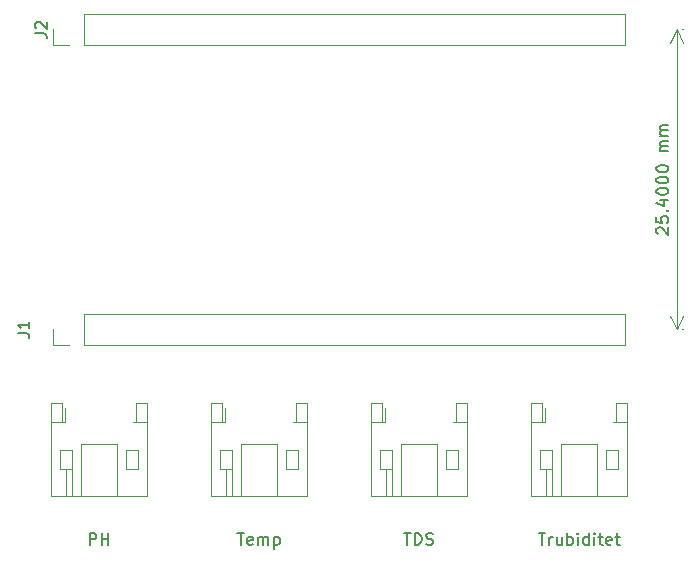
<source format=gbr>
%TF.GenerationSoftware,KiCad,Pcbnew,8.0.5*%
%TF.CreationDate,2024-10-23T10:28:48+02:00*%
%TF.ProjectId,Breakout board,42726561-6b6f-4757-9420-626f6172642e,rev?*%
%TF.SameCoordinates,Original*%
%TF.FileFunction,Legend,Top*%
%TF.FilePolarity,Positive*%
%FSLAX46Y46*%
G04 Gerber Fmt 4.6, Leading zero omitted, Abs format (unit mm)*
G04 Created by KiCad (PCBNEW 8.0.5) date 2024-10-23 10:28:48*
%MOMM*%
%LPD*%
G01*
G04 APERTURE LIST*
%ADD10C,0.150000*%
%ADD11C,0.050000*%
%ADD12C,0.120000*%
G04 APERTURE END LIST*
D10*
X174295057Y-65579046D02*
X174247438Y-65531427D01*
X174247438Y-65531427D02*
X174199819Y-65436189D01*
X174199819Y-65436189D02*
X174199819Y-65198094D01*
X174199819Y-65198094D02*
X174247438Y-65102856D01*
X174247438Y-65102856D02*
X174295057Y-65055237D01*
X174295057Y-65055237D02*
X174390295Y-65007618D01*
X174390295Y-65007618D02*
X174485533Y-65007618D01*
X174485533Y-65007618D02*
X174628390Y-65055237D01*
X174628390Y-65055237D02*
X175199819Y-65626665D01*
X175199819Y-65626665D02*
X175199819Y-65007618D01*
X174199819Y-64102856D02*
X174199819Y-64579046D01*
X174199819Y-64579046D02*
X174676009Y-64626665D01*
X174676009Y-64626665D02*
X174628390Y-64579046D01*
X174628390Y-64579046D02*
X174580771Y-64483808D01*
X174580771Y-64483808D02*
X174580771Y-64245713D01*
X174580771Y-64245713D02*
X174628390Y-64150475D01*
X174628390Y-64150475D02*
X174676009Y-64102856D01*
X174676009Y-64102856D02*
X174771247Y-64055237D01*
X174771247Y-64055237D02*
X175009342Y-64055237D01*
X175009342Y-64055237D02*
X175104580Y-64102856D01*
X175104580Y-64102856D02*
X175152200Y-64150475D01*
X175152200Y-64150475D02*
X175199819Y-64245713D01*
X175199819Y-64245713D02*
X175199819Y-64483808D01*
X175199819Y-64483808D02*
X175152200Y-64579046D01*
X175152200Y-64579046D02*
X175104580Y-64626665D01*
X175104580Y-63626665D02*
X175152200Y-63579046D01*
X175152200Y-63579046D02*
X175199819Y-63626665D01*
X175199819Y-63626665D02*
X175152200Y-63674284D01*
X175152200Y-63674284D02*
X175104580Y-63626665D01*
X175104580Y-63626665D02*
X175199819Y-63626665D01*
X174533152Y-62721904D02*
X175199819Y-62721904D01*
X174152200Y-62959999D02*
X174866485Y-63198094D01*
X174866485Y-63198094D02*
X174866485Y-62579047D01*
X174199819Y-62007618D02*
X174199819Y-61912380D01*
X174199819Y-61912380D02*
X174247438Y-61817142D01*
X174247438Y-61817142D02*
X174295057Y-61769523D01*
X174295057Y-61769523D02*
X174390295Y-61721904D01*
X174390295Y-61721904D02*
X174580771Y-61674285D01*
X174580771Y-61674285D02*
X174818866Y-61674285D01*
X174818866Y-61674285D02*
X175009342Y-61721904D01*
X175009342Y-61721904D02*
X175104580Y-61769523D01*
X175104580Y-61769523D02*
X175152200Y-61817142D01*
X175152200Y-61817142D02*
X175199819Y-61912380D01*
X175199819Y-61912380D02*
X175199819Y-62007618D01*
X175199819Y-62007618D02*
X175152200Y-62102856D01*
X175152200Y-62102856D02*
X175104580Y-62150475D01*
X175104580Y-62150475D02*
X175009342Y-62198094D01*
X175009342Y-62198094D02*
X174818866Y-62245713D01*
X174818866Y-62245713D02*
X174580771Y-62245713D01*
X174580771Y-62245713D02*
X174390295Y-62198094D01*
X174390295Y-62198094D02*
X174295057Y-62150475D01*
X174295057Y-62150475D02*
X174247438Y-62102856D01*
X174247438Y-62102856D02*
X174199819Y-62007618D01*
X174199819Y-61055237D02*
X174199819Y-60959999D01*
X174199819Y-60959999D02*
X174247438Y-60864761D01*
X174247438Y-60864761D02*
X174295057Y-60817142D01*
X174295057Y-60817142D02*
X174390295Y-60769523D01*
X174390295Y-60769523D02*
X174580771Y-60721904D01*
X174580771Y-60721904D02*
X174818866Y-60721904D01*
X174818866Y-60721904D02*
X175009342Y-60769523D01*
X175009342Y-60769523D02*
X175104580Y-60817142D01*
X175104580Y-60817142D02*
X175152200Y-60864761D01*
X175152200Y-60864761D02*
X175199819Y-60959999D01*
X175199819Y-60959999D02*
X175199819Y-61055237D01*
X175199819Y-61055237D02*
X175152200Y-61150475D01*
X175152200Y-61150475D02*
X175104580Y-61198094D01*
X175104580Y-61198094D02*
X175009342Y-61245713D01*
X175009342Y-61245713D02*
X174818866Y-61293332D01*
X174818866Y-61293332D02*
X174580771Y-61293332D01*
X174580771Y-61293332D02*
X174390295Y-61245713D01*
X174390295Y-61245713D02*
X174295057Y-61198094D01*
X174295057Y-61198094D02*
X174247438Y-61150475D01*
X174247438Y-61150475D02*
X174199819Y-61055237D01*
X174199819Y-60102856D02*
X174199819Y-60007618D01*
X174199819Y-60007618D02*
X174247438Y-59912380D01*
X174247438Y-59912380D02*
X174295057Y-59864761D01*
X174295057Y-59864761D02*
X174390295Y-59817142D01*
X174390295Y-59817142D02*
X174580771Y-59769523D01*
X174580771Y-59769523D02*
X174818866Y-59769523D01*
X174818866Y-59769523D02*
X175009342Y-59817142D01*
X175009342Y-59817142D02*
X175104580Y-59864761D01*
X175104580Y-59864761D02*
X175152200Y-59912380D01*
X175152200Y-59912380D02*
X175199819Y-60007618D01*
X175199819Y-60007618D02*
X175199819Y-60102856D01*
X175199819Y-60102856D02*
X175152200Y-60198094D01*
X175152200Y-60198094D02*
X175104580Y-60245713D01*
X175104580Y-60245713D02*
X175009342Y-60293332D01*
X175009342Y-60293332D02*
X174818866Y-60340951D01*
X174818866Y-60340951D02*
X174580771Y-60340951D01*
X174580771Y-60340951D02*
X174390295Y-60293332D01*
X174390295Y-60293332D02*
X174295057Y-60245713D01*
X174295057Y-60245713D02*
X174247438Y-60198094D01*
X174247438Y-60198094D02*
X174199819Y-60102856D01*
X175199819Y-58579046D02*
X174533152Y-58579046D01*
X174628390Y-58579046D02*
X174580771Y-58531427D01*
X174580771Y-58531427D02*
X174533152Y-58436189D01*
X174533152Y-58436189D02*
X174533152Y-58293332D01*
X174533152Y-58293332D02*
X174580771Y-58198094D01*
X174580771Y-58198094D02*
X174676009Y-58150475D01*
X174676009Y-58150475D02*
X175199819Y-58150475D01*
X174676009Y-58150475D02*
X174580771Y-58102856D01*
X174580771Y-58102856D02*
X174533152Y-58007618D01*
X174533152Y-58007618D02*
X174533152Y-57864761D01*
X174533152Y-57864761D02*
X174580771Y-57769522D01*
X174580771Y-57769522D02*
X174676009Y-57721903D01*
X174676009Y-57721903D02*
X175199819Y-57721903D01*
X175199819Y-57245713D02*
X174533152Y-57245713D01*
X174628390Y-57245713D02*
X174580771Y-57198094D01*
X174580771Y-57198094D02*
X174533152Y-57102856D01*
X174533152Y-57102856D02*
X174533152Y-56959999D01*
X174533152Y-56959999D02*
X174580771Y-56864761D01*
X174580771Y-56864761D02*
X174676009Y-56817142D01*
X174676009Y-56817142D02*
X175199819Y-56817142D01*
X174676009Y-56817142D02*
X174580771Y-56769523D01*
X174580771Y-56769523D02*
X174533152Y-56674285D01*
X174533152Y-56674285D02*
X174533152Y-56531428D01*
X174533152Y-56531428D02*
X174580771Y-56436189D01*
X174580771Y-56436189D02*
X174676009Y-56388570D01*
X174676009Y-56388570D02*
X175199819Y-56388570D01*
D11*
X176395000Y-48260000D02*
X176481420Y-48260000D01*
X176395000Y-73660000D02*
X176481420Y-73660000D01*
X175895000Y-48260000D02*
X175895000Y-73660000D01*
X175895000Y-48260000D02*
X175895000Y-73660000D01*
X175895000Y-48260000D02*
X176481421Y-49386504D01*
X175895000Y-48260000D02*
X175308579Y-49386504D01*
X175895000Y-73660000D02*
X175308579Y-72533496D01*
X175895000Y-73660000D02*
X176481421Y-72533496D01*
D10*
X138713333Y-90894819D02*
X139284761Y-90894819D01*
X138999047Y-91894819D02*
X138999047Y-90894819D01*
X139999047Y-91847200D02*
X139903809Y-91894819D01*
X139903809Y-91894819D02*
X139713333Y-91894819D01*
X139713333Y-91894819D02*
X139618095Y-91847200D01*
X139618095Y-91847200D02*
X139570476Y-91751961D01*
X139570476Y-91751961D02*
X139570476Y-91371009D01*
X139570476Y-91371009D02*
X139618095Y-91275771D01*
X139618095Y-91275771D02*
X139713333Y-91228152D01*
X139713333Y-91228152D02*
X139903809Y-91228152D01*
X139903809Y-91228152D02*
X139999047Y-91275771D01*
X139999047Y-91275771D02*
X140046666Y-91371009D01*
X140046666Y-91371009D02*
X140046666Y-91466247D01*
X140046666Y-91466247D02*
X139570476Y-91561485D01*
X140475238Y-91894819D02*
X140475238Y-91228152D01*
X140475238Y-91323390D02*
X140522857Y-91275771D01*
X140522857Y-91275771D02*
X140618095Y-91228152D01*
X140618095Y-91228152D02*
X140760952Y-91228152D01*
X140760952Y-91228152D02*
X140856190Y-91275771D01*
X140856190Y-91275771D02*
X140903809Y-91371009D01*
X140903809Y-91371009D02*
X140903809Y-91894819D01*
X140903809Y-91371009D02*
X140951428Y-91275771D01*
X140951428Y-91275771D02*
X141046666Y-91228152D01*
X141046666Y-91228152D02*
X141189523Y-91228152D01*
X141189523Y-91228152D02*
X141284762Y-91275771D01*
X141284762Y-91275771D02*
X141332381Y-91371009D01*
X141332381Y-91371009D02*
X141332381Y-91894819D01*
X141808571Y-91228152D02*
X141808571Y-92228152D01*
X141808571Y-91275771D02*
X141903809Y-91228152D01*
X141903809Y-91228152D02*
X142094285Y-91228152D01*
X142094285Y-91228152D02*
X142189523Y-91275771D01*
X142189523Y-91275771D02*
X142237142Y-91323390D01*
X142237142Y-91323390D02*
X142284761Y-91418628D01*
X142284761Y-91418628D02*
X142284761Y-91704342D01*
X142284761Y-91704342D02*
X142237142Y-91799580D01*
X142237142Y-91799580D02*
X142189523Y-91847200D01*
X142189523Y-91847200D02*
X142094285Y-91894819D01*
X142094285Y-91894819D02*
X141903809Y-91894819D01*
X141903809Y-91894819D02*
X141808571Y-91847200D01*
X120104819Y-73993333D02*
X120819104Y-73993333D01*
X120819104Y-73993333D02*
X120961961Y-74040952D01*
X120961961Y-74040952D02*
X121057200Y-74136190D01*
X121057200Y-74136190D02*
X121104819Y-74279047D01*
X121104819Y-74279047D02*
X121104819Y-74374285D01*
X121104819Y-72993333D02*
X121104819Y-73564761D01*
X121104819Y-73279047D02*
X120104819Y-73279047D01*
X120104819Y-73279047D02*
X120247676Y-73374285D01*
X120247676Y-73374285D02*
X120342914Y-73469523D01*
X120342914Y-73469523D02*
X120390533Y-73564761D01*
X121584819Y-48593333D02*
X122299104Y-48593333D01*
X122299104Y-48593333D02*
X122441961Y-48640952D01*
X122441961Y-48640952D02*
X122537200Y-48736190D01*
X122537200Y-48736190D02*
X122584819Y-48879047D01*
X122584819Y-48879047D02*
X122584819Y-48974285D01*
X121680057Y-48164761D02*
X121632438Y-48117142D01*
X121632438Y-48117142D02*
X121584819Y-48021904D01*
X121584819Y-48021904D02*
X121584819Y-47783809D01*
X121584819Y-47783809D02*
X121632438Y-47688571D01*
X121632438Y-47688571D02*
X121680057Y-47640952D01*
X121680057Y-47640952D02*
X121775295Y-47593333D01*
X121775295Y-47593333D02*
X121870533Y-47593333D01*
X121870533Y-47593333D02*
X122013390Y-47640952D01*
X122013390Y-47640952D02*
X122584819Y-48212380D01*
X122584819Y-48212380D02*
X122584819Y-47593333D01*
X164211428Y-90894819D02*
X164782856Y-90894819D01*
X164497142Y-91894819D02*
X164497142Y-90894819D01*
X165116190Y-91894819D02*
X165116190Y-91228152D01*
X165116190Y-91418628D02*
X165163809Y-91323390D01*
X165163809Y-91323390D02*
X165211428Y-91275771D01*
X165211428Y-91275771D02*
X165306666Y-91228152D01*
X165306666Y-91228152D02*
X165401904Y-91228152D01*
X166163809Y-91228152D02*
X166163809Y-91894819D01*
X165735238Y-91228152D02*
X165735238Y-91751961D01*
X165735238Y-91751961D02*
X165782857Y-91847200D01*
X165782857Y-91847200D02*
X165878095Y-91894819D01*
X165878095Y-91894819D02*
X166020952Y-91894819D01*
X166020952Y-91894819D02*
X166116190Y-91847200D01*
X166116190Y-91847200D02*
X166163809Y-91799580D01*
X166640000Y-91894819D02*
X166640000Y-90894819D01*
X166640000Y-91275771D02*
X166735238Y-91228152D01*
X166735238Y-91228152D02*
X166925714Y-91228152D01*
X166925714Y-91228152D02*
X167020952Y-91275771D01*
X167020952Y-91275771D02*
X167068571Y-91323390D01*
X167068571Y-91323390D02*
X167116190Y-91418628D01*
X167116190Y-91418628D02*
X167116190Y-91704342D01*
X167116190Y-91704342D02*
X167068571Y-91799580D01*
X167068571Y-91799580D02*
X167020952Y-91847200D01*
X167020952Y-91847200D02*
X166925714Y-91894819D01*
X166925714Y-91894819D02*
X166735238Y-91894819D01*
X166735238Y-91894819D02*
X166640000Y-91847200D01*
X167544762Y-91894819D02*
X167544762Y-91228152D01*
X167544762Y-90894819D02*
X167497143Y-90942438D01*
X167497143Y-90942438D02*
X167544762Y-90990057D01*
X167544762Y-90990057D02*
X167592381Y-90942438D01*
X167592381Y-90942438D02*
X167544762Y-90894819D01*
X167544762Y-90894819D02*
X167544762Y-90990057D01*
X168449523Y-91894819D02*
X168449523Y-90894819D01*
X168449523Y-91847200D02*
X168354285Y-91894819D01*
X168354285Y-91894819D02*
X168163809Y-91894819D01*
X168163809Y-91894819D02*
X168068571Y-91847200D01*
X168068571Y-91847200D02*
X168020952Y-91799580D01*
X168020952Y-91799580D02*
X167973333Y-91704342D01*
X167973333Y-91704342D02*
X167973333Y-91418628D01*
X167973333Y-91418628D02*
X168020952Y-91323390D01*
X168020952Y-91323390D02*
X168068571Y-91275771D01*
X168068571Y-91275771D02*
X168163809Y-91228152D01*
X168163809Y-91228152D02*
X168354285Y-91228152D01*
X168354285Y-91228152D02*
X168449523Y-91275771D01*
X168925714Y-91894819D02*
X168925714Y-91228152D01*
X168925714Y-90894819D02*
X168878095Y-90942438D01*
X168878095Y-90942438D02*
X168925714Y-90990057D01*
X168925714Y-90990057D02*
X168973333Y-90942438D01*
X168973333Y-90942438D02*
X168925714Y-90894819D01*
X168925714Y-90894819D02*
X168925714Y-90990057D01*
X169259047Y-91228152D02*
X169639999Y-91228152D01*
X169401904Y-90894819D02*
X169401904Y-91751961D01*
X169401904Y-91751961D02*
X169449523Y-91847200D01*
X169449523Y-91847200D02*
X169544761Y-91894819D01*
X169544761Y-91894819D02*
X169639999Y-91894819D01*
X170354285Y-91847200D02*
X170259047Y-91894819D01*
X170259047Y-91894819D02*
X170068571Y-91894819D01*
X170068571Y-91894819D02*
X169973333Y-91847200D01*
X169973333Y-91847200D02*
X169925714Y-91751961D01*
X169925714Y-91751961D02*
X169925714Y-91371009D01*
X169925714Y-91371009D02*
X169973333Y-91275771D01*
X169973333Y-91275771D02*
X170068571Y-91228152D01*
X170068571Y-91228152D02*
X170259047Y-91228152D01*
X170259047Y-91228152D02*
X170354285Y-91275771D01*
X170354285Y-91275771D02*
X170401904Y-91371009D01*
X170401904Y-91371009D02*
X170401904Y-91466247D01*
X170401904Y-91466247D02*
X169925714Y-91561485D01*
X170687619Y-91228152D02*
X171068571Y-91228152D01*
X170830476Y-90894819D02*
X170830476Y-91751961D01*
X170830476Y-91751961D02*
X170878095Y-91847200D01*
X170878095Y-91847200D02*
X170973333Y-91894819D01*
X170973333Y-91894819D02*
X171068571Y-91894819D01*
X126214286Y-91894819D02*
X126214286Y-90894819D01*
X126214286Y-90894819D02*
X126595238Y-90894819D01*
X126595238Y-90894819D02*
X126690476Y-90942438D01*
X126690476Y-90942438D02*
X126738095Y-90990057D01*
X126738095Y-90990057D02*
X126785714Y-91085295D01*
X126785714Y-91085295D02*
X126785714Y-91228152D01*
X126785714Y-91228152D02*
X126738095Y-91323390D01*
X126738095Y-91323390D02*
X126690476Y-91371009D01*
X126690476Y-91371009D02*
X126595238Y-91418628D01*
X126595238Y-91418628D02*
X126214286Y-91418628D01*
X127214286Y-91894819D02*
X127214286Y-90894819D01*
X127214286Y-91371009D02*
X127785714Y-91371009D01*
X127785714Y-91894819D02*
X127785714Y-90894819D01*
X152831427Y-90894819D02*
X153402855Y-90894819D01*
X153117141Y-91894819D02*
X153117141Y-90894819D01*
X153736189Y-91894819D02*
X153736189Y-90894819D01*
X153736189Y-90894819D02*
X153974284Y-90894819D01*
X153974284Y-90894819D02*
X154117141Y-90942438D01*
X154117141Y-90942438D02*
X154212379Y-91037676D01*
X154212379Y-91037676D02*
X154259998Y-91132914D01*
X154259998Y-91132914D02*
X154307617Y-91323390D01*
X154307617Y-91323390D02*
X154307617Y-91466247D01*
X154307617Y-91466247D02*
X154259998Y-91656723D01*
X154259998Y-91656723D02*
X154212379Y-91751961D01*
X154212379Y-91751961D02*
X154117141Y-91847200D01*
X154117141Y-91847200D02*
X153974284Y-91894819D01*
X153974284Y-91894819D02*
X153736189Y-91894819D01*
X154688570Y-91847200D02*
X154831427Y-91894819D01*
X154831427Y-91894819D02*
X155069522Y-91894819D01*
X155069522Y-91894819D02*
X155164760Y-91847200D01*
X155164760Y-91847200D02*
X155212379Y-91799580D01*
X155212379Y-91799580D02*
X155259998Y-91704342D01*
X155259998Y-91704342D02*
X155259998Y-91609104D01*
X155259998Y-91609104D02*
X155212379Y-91513866D01*
X155212379Y-91513866D02*
X155164760Y-91466247D01*
X155164760Y-91466247D02*
X155069522Y-91418628D01*
X155069522Y-91418628D02*
X154879046Y-91371009D01*
X154879046Y-91371009D02*
X154783808Y-91323390D01*
X154783808Y-91323390D02*
X154736189Y-91275771D01*
X154736189Y-91275771D02*
X154688570Y-91180533D01*
X154688570Y-91180533D02*
X154688570Y-91085295D01*
X154688570Y-91085295D02*
X154736189Y-90990057D01*
X154736189Y-90990057D02*
X154783808Y-90942438D01*
X154783808Y-90942438D02*
X154879046Y-90894819D01*
X154879046Y-90894819D02*
X155117141Y-90894819D01*
X155117141Y-90894819D02*
X155259998Y-90942438D01*
D12*
%TO.C,Temp*%
X136486666Y-79910000D02*
X136486666Y-87730000D01*
X136486666Y-81510000D02*
X137406666Y-81510000D01*
X136486666Y-87730000D02*
X144606666Y-87730000D01*
X137246666Y-83870000D02*
X137246666Y-85470000D01*
X137246666Y-85470000D02*
X138246666Y-85470000D01*
X137406666Y-79910000D02*
X136486666Y-79910000D01*
X137406666Y-81510000D02*
X137406666Y-79910000D01*
X137686666Y-81510000D02*
X137406666Y-81510000D01*
X137686666Y-81510000D02*
X137686666Y-80295000D01*
X137746666Y-85470000D02*
X137746666Y-87730000D01*
X138246666Y-83870000D02*
X137246666Y-83870000D01*
X138246666Y-85470000D02*
X138246666Y-83870000D01*
X138246666Y-85470000D02*
X138246666Y-87730000D01*
X139046666Y-83370000D02*
X142046666Y-83370000D01*
X139046666Y-87730000D02*
X139046666Y-83370000D01*
X142046666Y-83370000D02*
X142046666Y-87730000D01*
X142846666Y-83870000D02*
X143846666Y-83870000D01*
X142846666Y-85470000D02*
X142846666Y-83870000D01*
X143686666Y-79910000D02*
X143686666Y-81510000D01*
X143686666Y-81510000D02*
X143406666Y-81510000D01*
X143846666Y-83870000D02*
X143846666Y-85470000D01*
X143846666Y-85470000D02*
X142846666Y-85470000D01*
X144606666Y-79910000D02*
X143686666Y-79910000D01*
X144606666Y-81510000D02*
X143686666Y-81510000D01*
X144606666Y-87730000D02*
X144606666Y-79910000D01*
%TO.C,J1*%
X123130000Y-74990000D02*
X123130000Y-73660000D01*
X124460000Y-74990000D02*
X123130000Y-74990000D01*
X125730000Y-72330000D02*
X171510000Y-72330000D01*
X125730000Y-74990000D02*
X125730000Y-72330000D01*
X125730000Y-74990000D02*
X171510000Y-74990000D01*
X171510000Y-74990000D02*
X171510000Y-72330000D01*
%TO.C,J2*%
X123130000Y-49590000D02*
X123130000Y-48260000D01*
X124460000Y-49590000D02*
X123130000Y-49590000D01*
X125730000Y-46930000D02*
X171510000Y-46930000D01*
X125730000Y-49590000D02*
X125730000Y-46930000D01*
X125730000Y-49590000D02*
X171510000Y-49590000D01*
X171510000Y-49590000D02*
X171510000Y-46930000D01*
%TO.C,Trubiditet*%
X163580000Y-79910000D02*
X163580000Y-87730000D01*
X163580000Y-81510000D02*
X164500000Y-81510000D01*
X163580000Y-87730000D02*
X171700000Y-87730000D01*
X164340000Y-83870000D02*
X164340000Y-85470000D01*
X164340000Y-85470000D02*
X165340000Y-85470000D01*
X164500000Y-79910000D02*
X163580000Y-79910000D01*
X164500000Y-81510000D02*
X164500000Y-79910000D01*
X164780000Y-81510000D02*
X164500000Y-81510000D01*
X164780000Y-81510000D02*
X164780000Y-80295000D01*
X164840000Y-85470000D02*
X164840000Y-87730000D01*
X165340000Y-83870000D02*
X164340000Y-83870000D01*
X165340000Y-85470000D02*
X165340000Y-83870000D01*
X165340000Y-85470000D02*
X165340000Y-87730000D01*
X166140000Y-83370000D02*
X169140000Y-83370000D01*
X166140000Y-87730000D02*
X166140000Y-83370000D01*
X169140000Y-83370000D02*
X169140000Y-87730000D01*
X169940000Y-83870000D02*
X170940000Y-83870000D01*
X169940000Y-85470000D02*
X169940000Y-83870000D01*
X170780000Y-79910000D02*
X170780000Y-81510000D01*
X170780000Y-81510000D02*
X170500000Y-81510000D01*
X170940000Y-83870000D02*
X170940000Y-85470000D01*
X170940000Y-85470000D02*
X169940000Y-85470000D01*
X171700000Y-79910000D02*
X170780000Y-79910000D01*
X171700000Y-81510000D02*
X170780000Y-81510000D01*
X171700000Y-87730000D02*
X171700000Y-79910000D01*
%TO.C,PH*%
X122940000Y-79910000D02*
X122940000Y-87730000D01*
X122940000Y-81510000D02*
X123860000Y-81510000D01*
X122940000Y-87730000D02*
X131060000Y-87730000D01*
X123700000Y-83870000D02*
X123700000Y-85470000D01*
X123700000Y-85470000D02*
X124700000Y-85470000D01*
X123860000Y-79910000D02*
X122940000Y-79910000D01*
X123860000Y-81510000D02*
X123860000Y-79910000D01*
X124140000Y-81510000D02*
X123860000Y-81510000D01*
X124140000Y-81510000D02*
X124140000Y-80295000D01*
X124200000Y-85470000D02*
X124200000Y-87730000D01*
X124700000Y-83870000D02*
X123700000Y-83870000D01*
X124700000Y-85470000D02*
X124700000Y-83870000D01*
X124700000Y-85470000D02*
X124700000Y-87730000D01*
X125500000Y-83370000D02*
X128500000Y-83370000D01*
X125500000Y-87730000D02*
X125500000Y-83370000D01*
X128500000Y-83370000D02*
X128500000Y-87730000D01*
X129300000Y-83870000D02*
X130300000Y-83870000D01*
X129300000Y-85470000D02*
X129300000Y-83870000D01*
X130140000Y-79910000D02*
X130140000Y-81510000D01*
X130140000Y-81510000D02*
X129860000Y-81510000D01*
X130300000Y-83870000D02*
X130300000Y-85470000D01*
X130300000Y-85470000D02*
X129300000Y-85470000D01*
X131060000Y-79910000D02*
X130140000Y-79910000D01*
X131060000Y-81510000D02*
X130140000Y-81510000D01*
X131060000Y-87730000D02*
X131060000Y-79910000D01*
%TO.C,TDS*%
X150033332Y-79910000D02*
X150033332Y-87730000D01*
X150033332Y-81510000D02*
X150953332Y-81510000D01*
X150033332Y-87730000D02*
X158153332Y-87730000D01*
X150793332Y-83870000D02*
X150793332Y-85470000D01*
X150793332Y-85470000D02*
X151793332Y-85470000D01*
X150953332Y-79910000D02*
X150033332Y-79910000D01*
X150953332Y-81510000D02*
X150953332Y-79910000D01*
X151233332Y-81510000D02*
X150953332Y-81510000D01*
X151233332Y-81510000D02*
X151233332Y-80295000D01*
X151293332Y-85470000D02*
X151293332Y-87730000D01*
X151793332Y-83870000D02*
X150793332Y-83870000D01*
X151793332Y-85470000D02*
X151793332Y-83870000D01*
X151793332Y-85470000D02*
X151793332Y-87730000D01*
X152593332Y-83370000D02*
X155593332Y-83370000D01*
X152593332Y-87730000D02*
X152593332Y-83370000D01*
X155593332Y-83370000D02*
X155593332Y-87730000D01*
X156393332Y-83870000D02*
X157393332Y-83870000D01*
X156393332Y-85470000D02*
X156393332Y-83870000D01*
X157233332Y-79910000D02*
X157233332Y-81510000D01*
X157233332Y-81510000D02*
X156953332Y-81510000D01*
X157393332Y-83870000D02*
X157393332Y-85470000D01*
X157393332Y-85470000D02*
X156393332Y-85470000D01*
X158153332Y-79910000D02*
X157233332Y-79910000D01*
X158153332Y-81510000D02*
X157233332Y-81510000D01*
X158153332Y-87730000D02*
X158153332Y-79910000D01*
%TD*%
M02*

</source>
